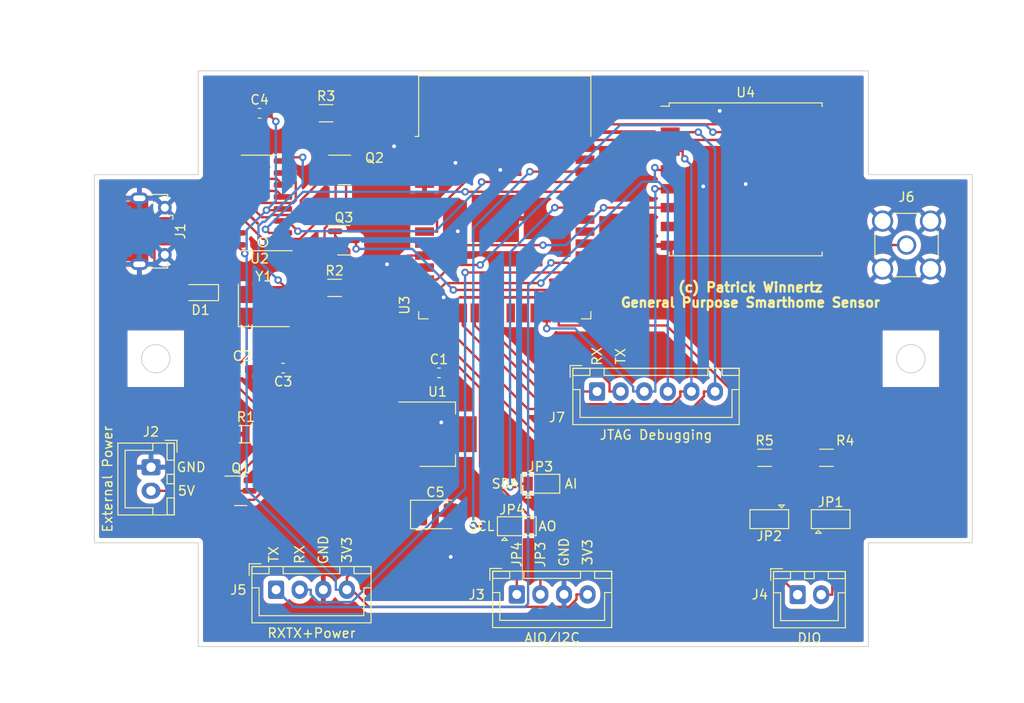
<source format=kicad_pcb>
(kicad_pcb (version 20211014) (generator pcbnew)
  (layers (0 "F.Cu" signal) (31 "B.Cu" signal) (34 "B.Paste" user) (35 "F.Paste" user) (36 "B.SilkS" user "B.Silkscreen") (37 "F.SilkS" user "F.Silkscreen") (38 "B.Mask" user) (39 "F.Mask" user) (44 "Edge.Cuts" user))
  (net 0 "")
  (net 1 "+5V")
  (net 2 "Earth")
  (net 3 "Net-(C2-Pad1)")
  (net 4 "Net-(C3-Pad1)")
  (net 5 "+3V3")
  (net 6 "Net-(D1-Pad2)")
  (net 7 "USB-D-")
  (net 8 "USB-D+")
  (net 10 "Net-(J2-Pad2)")
  (net 11 "ESP-AO")
  (net 12 "ESP-AI")
  (net 13 "Net-(J4-Pad1)")
  (net 14 "Net-(J4-Pad2)")
  (net 15 "ESP-TX")
  (net 16 "ESP-RX")
  (net 17 "Net-(J6-Pad1)")
  (net 18 "Net-(JP1-Pad1)")
  (net 19 "Net-(JP2-Pad3)")
  (net 20 "Net-(Q1-Pad1)")
  (net 21 "Net-(Q2-Pad1)")
  (net 22 "RTS")
  (net 23 "EN_ESP32")
  (net 24 "Net-(Q3-Pad1)")
  (net 25 "DTR")
  (net 26 "IO0_ESP32")
  (net 34 "ESP-DIO")
  (net 35 "UART-TX")
  (net 36 "UART-RX")
  (net 37 "Lora_DIO0")
  (net 38 "Lora_RST")
  (net 39 "Lora_DIO1")
  (net 40 "Net-(J3-Pad2)")
  (net 41 "JTAG_RX")
  (net 46 "Lora_SCK")
  (net 47 "JTAG_TX")
  (net 58 "Lora_MISO")
  (net 59 "Lora_MOSI")
  (net 60 "Lora_NSS")
  (net 61 "ESP-SDA")
  (net 62 "Net-(J3-Pad1)")
  (net 63 "ESP-SCL")
  (footprint "Capacitor_SMD:C_0603_1608Metric_Pad1.08x0.95mm_HandSolder" (layer "F.Cu") (at 150.5 58)
    (fp_text reference "C1")
    (fp_text value "10uF 10V X5R")
  )
  (footprint "RF_Module:ESP32-WROOM-32" (layer "F.Cu") (at 157.475 42.4)
    (fp_text reference "U3")
    (fp_text value "ESP32")
  )
  (footprint "Resistor_SMD:R_1206_3216Metric_Pad1.30x1.75mm_HandSolder" (layer "F.Cu") (at 130.05 64.5)
    (fp_text reference "R1")
    (fp_text value "100k")
  )
  (footprint "Connector_JST:JST_XH_B6B-XH-A_1x06_P2.50mm_Vertical" (layer "F.Cu") (at 167.25 59.975)
    (fp_text reference "J7")
    (fp_text value "JTAG Debugging")
  )
  (footprint "Jumper:SolderJumper-3_P1.3mm_Open_Pad1.0x1.5mm" (layer "F.Cu") (at 185.5 73.5 180)
    (fp_text reference "JP2")
    (fp_text value "Jumper")
  )
  (footprint "Capacitor_SMD:C_0603_1608Metric_Pad1.08x0.95mm_HandSolder" (layer "F.Cu") (at 129.625 57.65)
    (fp_text reference "C2")
    (fp_text value "22pF 50V C0G")
  )
  (footprint "Package_SO:SOIC-16_3.9x9.9mm_P1.27mm" (layer "F.Cu") (at 131.5 40 180)
    (fp_text reference "U2")
    (fp_text value "CH340G")
  )
  (footprint "Package_TO_SOT_SMD:SOT-223-3_TabPin2" (layer "F.Cu") (at 150.35 64.5)
    (fp_text reference "U1")
    (fp_text value "AP1117-33")
  )
  (footprint "Capacitor_SMD:C_0603_1608Metric_Pad1.08x0.95mm_HandSolder" (layer "F.Cu") (at 131.5 30.5)
    (fp_text reference "C4")
    (fp_text value "10uF 10V X5R")
  )
  (footprint "Diode_SMD:D_SOD-323_HandSoldering" (layer "F.Cu") (at 125.25 49.5 180)
    (fp_text reference "D1")
    (fp_text value "B5817WS-TP")
  )
  (footprint "Jumper:SolderJumper-3_P1.3mm_Open_Pad1.0x1.5mm" (layer "F.Cu") (at 158.75 74.25)
    (fp_text reference "JP4")
    (fp_text value "Jumper")
  )
  (footprint "Jumper:SolderJumper-3_P1.3mm_Open_Pad1.0x1.5mm" (layer "F.Cu") (at 161.25 69.75)
    (fp_text reference "JP3")
    (fp_text value "Jumper")
  )
  (footprint "Connector_JST:JST_XH_B4B-XH-A_1x04_P2.50mm_Vertical" (layer "F.Cu") (at 133.25 80.975)
    (fp_text reference "J5")
    (fp_text value "RXTX+Power")
  )
  (footprint "Resistor_SMD:R_1206_3216Metric_Pad1.30x1.75mm_HandSolder" (layer "F.Cu") (at 139.45 49)
    (fp_text reference "R2")
    (fp_text value "10k")
  )
  (footprint "Connector_JST:JST_XH_B4B-XH-A_1x04_P2.50mm_Vertical" (layer "F.Cu") (at 158.75 81.475)
    (fp_text reference "J3")
    (fp_text value "AIO/I2C")
  )
  (footprint "Connector_USB:USB_Micro-B_Molex-105017-0001" (layer "F.Cu") (at 120 43 -90)
    (fp_text reference "J1")
    (fp_text value "USB_B_Micro")
  )
  (footprint "Connector_Coaxial:SMA_Amphenol_901-144_Vertical" (layer "F.Cu") (at 200.04 44.46 -90)
    (fp_text reference "J6")
    (fp_text value "SMA")
  )
  (footprint "Resistor_SMD:R_1206_3216Metric_Pad1.30x1.75mm_HandSolder" (layer "F.Cu") (at 138.55 30.5)
    (fp_text reference "R3")
    (fp_text value "10k")
  )
  (footprint "Capacitor_SMD:C_0603_1608Metric_Pad1.08x0.95mm_HandSolder" (layer "F.Cu") (at 134 57.5 180)
    (fp_text reference "C3")
    (fp_text value "22pF 50V C0G")
  )
  (footprint "Resistor_SMD:R_1206_3216Metric_Pad1.30x1.75mm_HandSolder" (layer "F.Cu") (at 191.55 67)
    (fp_text reference "R4")
    (fp_text value "10k/0k")
  )
  (footprint "RF_Module:HOPERF_RFM9XW_SMD" (layer "F.Cu") (at 183 37.5)
    (fp_text reference "U4")
    (fp_text value "RFM95W-868S2")
  )
  (footprint "Jumper:SolderJumper-3_P1.3mm_Open_Pad1.0x1.5mm" (layer "F.Cu") (at 192 73.5)
    (fp_text reference "JP1")
    (fp_text value "Jumper")
  )
  (footprint "Connector_JST:JST_XH_B2B-XH-A_1x02_P2.50mm_Vertical" (layer "F.Cu") (at 120 68 -90)
    (fp_text reference "J2")
    (fp_text value "External Power")
  )
  (footprint "Package_TO_SOT_SMD:SOT-23" (layer "F.Cu") (at 140.5 36.5)
    (fp_text reference "Q2")
    (fp_text value "2N7002")
  )
  (footprint "Package_TO_SOT_SMD:SOT-23" (layer "F.Cu") (at 129.5 70.5)
    (fp_text reference "Q1")
    (fp_text value "IRLML5203")
  )
  (footprint "Connector_JST:JST_XH_B2B-XH-A_1x02_P2.50mm_Vertical" (layer "F.Cu") (at 188.5 81.5)
    (fp_text reference "J4")
    (fp_text value "DIO")
  )
  (footprint "Package_TO_SOT_SMD:SOT-23" (layer "F.Cu") (at 140.4375 43.95)
    (fp_text reference "Q3")
    (fp_text value "2N7002")
  )
  (footprint "Capacitor_Tantalum_SMD:CP_EIA-3528-15_AVX-H_Pad1.50x2.35mm_HandSolder" (layer "F.Cu") (at 150.125 73)
    (fp_text reference "C5")
    (fp_text value "10nF 6.3V Ta")
  )
  (footprint "Crystal:Crystal_SMD_3225-4Pin_3.2x2.5mm_HandSoldering" (layer "F.Cu") (at 131.95 50.85)
    (fp_text reference "Y1")
    (fp_text value "12MHz")
  )
  (footprint "Resistor_SMD:R_1206_3216Metric_Pad1.30x1.75mm_HandSolder" (layer "F.Cu") (at 185 67)
    (fp_text reference "R5")
    (fp_text value "1k")
  )
  (gr_arc (start 131.853553 43.646447) (mid 132.207106 43.792894) (end 132.353553 44.146447) (layer "F.SilkS") (width 0.15))
  (gr_arc (start 132.353553 44.146447) (mid 131.5 44.5) (end 131.853553 43.646447) (layer "F.SilkS") (width 0.15))
  (gr_poly (pts (xy 196 37) (xy 207 37) (xy 207 76) (xy 196 76) (xy 196 87) (xy 125 87) (xy 125 76) (xy 114 76) (xy 114 37) (xy 125 37) (xy 125 26) (xy 196 26)) (layer "Edge.Cuts") (width 0.1) (fill none))
  (gr_circle (center 200.5 56.5) (end 202 56.5) (layer "Edge.Cuts") (width 0.1) (fill none))
  (gr_circle (center 120.5 56.5) (end 122 56.5) (layer "Edge.Cuts") (width 0.1) (fill none))
  (gr_text "GND" (at 163.75 77 90) (layer "F.SilkS") (effects (font (size 1 1))))
  (gr_text "GND" (at 124.25 68) (layer "F.SilkS") (effects (font (size 1 1))))
  (gr_text "TX" (at 169.75 56.25 90) (layer "F.SilkS") (effects (font (size 1 1))))
  (gr_text "5V" (at 123.75 70.5) (layer "F.SilkS") (effects (font (size 1 1))))
  (gr_text "SCL" (at 155 74.25) (layer "F.SilkS") (effects (font (size 1 1))))
  (gr_text "GND" (at 138.25 76.75 90) (layer "F.SilkS") (effects (font (size 1 1))))
  (gr_text "3V3" (at 140.75 76.75 90) (layer "F.SilkS") (effects (font (size 1 1))))
  (gr_text "(c) Patrick Winnertz\nGeneral Purpose Smarthome Sensor" (at 183.5 49.75) (layer "F.SilkS") (effects (font (size 1 1) (thickness 0.25))))
  (gr_text "RX" (at 135.75 77.25 90) (layer "F.SilkS") (effects (font (size 1 1))))
  (gr_text "AI" (at 164.5 69.75) (layer "F.SilkS") (effects (font (size 1 1))))
  (gr_text "JP3" (at 161.25 77.25 90) (layer "F.SilkS") (effects (font (size 1 1))))
  (gr_text "JP4" (at 158.75 77.25 90) (layer "F.SilkS") (effects (font (size 1 1))))
  (gr_text "SDA" (at 157.5 69.75) (layer "F.SilkS") (effects (font (size 1 1))))
  (gr_text "3V3" (at 166.25 77 90) (layer "F.SilkS") (effects (font (size 1 1))))
  (gr_text "AO" (at 162 74.25) (layer "F.SilkS") (effects (font (size 1 1))))
  (gr_text "TX" (at 133 77.25 90) (layer "F.SilkS") (effects (font (size 1 1))))
  (gr_text "RX" (at 167.25 56.25 90) (layer "F.SilkS") (effects (font (size 1 1))))
  (segment (start 147.2 67.3376) (end 147.2 67.8753) (width 0.25) (layer "F.Cu") (net 1))
  (segment (start 133.9261 68.434) (end 130.9101 71.45) (width 0.25) (layer "F.Cu") (net 1))
  (segment (start 130.9101 71.45) (end 128.5625 71.45) (width 0.25) (layer "F.Cu") (net 1))
  (segment (start 145.8746 66.0122) (end 145.8746 63.6153) (width 0.25) (layer "F.Cu") (net 1))
  (segment (start 126.5 49.5) (end 126.5 56.7738) (width 0.25) (layer "F.Cu") (net 1))
  (segment (start 148.2379 63.4246) (end 149.6375 62.025) (width 0.25) (layer "F.Cu") (net 1))
  (segment (start 133.9261 64.1999) (end 133.9261 67.8753) (width 0.25) (layer "F.Cu") (net 1))
  (segment (start 147.2 67.3376) (end 145.8746 66.0122) (width 0.25) (layer "F.Cu") (net 1))
  (segment (start 145.8746 63.6153) (end 146.0653 63.4246) (width 0.25) (layer "F.Cu") (net 1))
  (segment (start 147.2 66.8) (end 147.2 67.3376) (width 0.25) (layer "F.Cu") (net 1))
  (segment (start 126.5 56.7738) (end 133.9261 64.1999) (width 0.25) (layer "F.Cu") (net 1))
  (segment (start 133.9261 67.8753) (end 147.2 67.8753) (width 0.25) (layer "F.Cu") (net 1))
  (segment (start 149.6375 62.025) (end 149.6375 58) (width 0.25) (layer "F.Cu") (net 1))
  (segment (start 133.9261 67.8753) (end 133.9261 68.434) (width 0.25) (layer "F.Cu") (net 1))
  (segment (start 146.0653 63.4246) (end 148.2379 63.4246) (width 0.25) (layer "F.Cu") (net 1))
  (segment (start 121.4625 44.3) (end 122.8 44.3) (width 0.25) (layer "F.Cu") (net 2))
  (segment (start 122.8 44.3) (end 123 44.5) (width 0.25) (layer "F.Cu") (net 2))
  (segment (start 123 44.5) (end 123.5 44.5) (width 0.25) (layer "F.Cu") (net 2))
  (segment (start 151.76 51.655) (end 151.76 50.76) (width 0.25) (layer "F.Cu") (net 2))
  (segment (start 151.76 50.76) (end 151 50) (width 0.25) (layer "F.Cu") (net 2))
  (via (at 152.25 35.75) (size 0.8) (drill 0.4) (layers "F.Cu" "B.Cu") (net 2))
  (via (at 151 50) (size 0.8) (drill 0.4) (layers "F.Cu" "B.Cu") (net 2))
  (via (at 183 38) (size 0.8) (drill 0.4) (layers "F.Cu" "B.Cu") (net 2))
  (via (at 145.75 34) (size 0.8) (drill 0.4) (layers "F.Cu" "B.Cu") (net 2))
  (via (at 152.5 43) (size 0.8) (drill 0.4) (layers "F.Cu" "B.Cu") (net 2))
  (via (at 178.5 38.25) (size 0.8) (drill 0.4) (layers "F.Cu" "B.Cu") (net 2))
  (via (at 145 46.5) (size 0.8) (drill 0.4) (layers "F.Cu" "B.Cu") (net 2))
  (via (at 150.75 63.25) (size 0.8) (drill 0.4) (layers "F.Cu" "B.Cu") (net 2))
  (via (at 180.25 30.25) (size 0.8) (drill 0.4) (layers "F.Cu" "B.Cu") (net 2))
  (via (at 151.75 77.5) (size 0.8) (drill 0.4) (layers "F.Cu" "B.Cu") (net 2))
  (via (at 157 36.5) (size 0.8) (drill 0.4) (layers "F.Cu" "B.Cu") (net 2))
  (segment (start 130.1251 53.242) (end 129.5865 52.7034) (width 0.25) (layer "F.Cu") (net 3))
  (segment (start 128.7625 57.65) (end 130.1251 56.2874) (width 0.25) (layer "F.Cu") (net 3))
  (segment (start 135.3283 39.7228) (end 135.3283 37.7916) (width 0.25) (layer "F.Cu") (net 3))
  (segment (start 134.3617 36.825) (end 133.975 36.825) (width 0.25) (layer "F.Cu") (net 3))
  (segment (start 129.5865 52.7034) (end 129.1977 52.7034) (width 0.25) (layer "F.Cu") (net 3))
  (segment (start 127.9581 40.0002) (end 135.0509 40.0002) (width 0.25) (layer "F.Cu") (net 3))
  (segment (start 135.3283 37.7916) (end 134.3617 36.825) (width 0.25) (layer "F.Cu") (net 3))
  (segment (start 127.7123 51.218) (end 127.7123 40.246) (width 0.25) (layer "F.Cu") (net 3))
  (segment (start 130.5 52) (end 130.5 53.2253) (width 0.25) (layer "F.Cu") (net 3))
  (segment (start 130.1418 53.2253) (end 130.1251 53.242) (width 0.25) (layer "F.Cu") (net 3))
  (segment (start 129.1977 52.7034) (end 127.7123 51.218) (width 0.25) (layer "F.Cu") (net 3))
  (segment (start 127.7123 40.246) (end 127.9581 40.0002) (width 0.25) (layer "F.Cu") (net 3))
  (segment (start 130.1251 56.2874) (end 130.1251 53.242) (width 0.25) (layer "F.Cu") (net 3))
  (segment (start 130.5 53.2253) (end 130.1418 53.2253) (width 0.25) (layer "F.Cu") (net 3))
  (segment (start 135.0509 40.0002) (end 135.3283 39.7228) (width 0.25) (layer "F.Cu") (net 3))
  (segment (start 134.3684 35.1616) (end 133.975 35.555) (width 0.25) (layer "F.Cu") (net 4))
  (segment (start 134.7753 57.4128) (end 134.8625 57.5) (width 0.25) (layer "F.Cu") (net 4))
  (segment (start 134.0877 48.7933) (end 133.4674 48.173) (width 0.25) (layer "F.Cu") (net 4))
  (segment (start 133.4 49.7) (end 134.0877 49.7) (width 0.25) (layer "F.Cu") (net 4))
  (segment (start 134.0877 49.7) (end 134.7753 49.7) (width 0.25) (layer "F.Cu") (net 4))
  (segment (start 134.0877 49.7) (end 134.0877 48.7933) (width 0.25) (layer "F.Cu") (net 4))
  (segment (start 134.7753 49.7) (end 134.7753 57.4128) (width 0.25) (layer "F.Cu") (net 4))
  (segment (start 136.0755 35.1616) (end 134.3684 35.1616) (width 0.25) (layer "F.Cu") (net 4))
  (via (at 133.4674 48.173) (size 0.8) (drill 0.4) (layers "F.Cu" "B.Cu") (net 4))
  (via (at 136.0755 35.1616) (size 0.8) (drill 0.4) (layers "F.Cu" "B.Cu") (net 4))
  (segment (start 131.8429 41.9971) (end 131.3808 42.4592) (width 0.25) (layer "B.Cu") (net 4))
  (segment (start 136.0755 35.1616) (end 136.0755 37.9779) (width 0.25) (layer "B.Cu") (net 4))
  (segment (start 132.0563 41.9971) (end 131.8429 41.9971) (width 0.25) (layer "B.Cu") (net 4))
  (segment (start 131.3808 42.4592) (end 131.3808 46.0864) (width 0.25) (layer "B.Cu") (net 4))
  (segment (start 131.3808 46.0864) (end 133.4674 48.173) (width 0.25) (layer "B.Cu") (net 4))
  (segment (start 136.0755 37.9779) (end 132.0563 41.9971) (width 0.25) (layer "B.Cu") (net 4))
  (segment (start 148.975 35.415) (end 150.3003 35.415) (width 0.25) (layer "F.Cu") (net 5))
  (segment (start 132.3625 30.5) (end 133.2248 31.3623) (width 0.25) (layer "F.Cu") (net 5))
  (segment (start 153.5 64.5) (end 149.8508 64.5) (width 0.25) (layer "F.Cu") (net 5))
  (segment (start 147.2 64.5) (end 147.2 65.5753) (width 0.25) (layer "F.Cu") (net 5))
  (segment (start 132.3625 30.5) (end 133.5984 29.2641) (width 0.25) (layer "F.Cu") (net 5))
  (segment (start 149.8508 64.5) (end 148.5254 65.8254) (width 0.25) (layer "F.Cu") (net 5))
  (segment (start 148.5254 72.9746) (end 148.5254 65.8254) (width 0.25) (layer "F.Cu") (net 5))
  (segment (start 150.3003 35.0829) (end 150.3003 35.415) (width 0.25) (layer "F.Cu") (net 5))
  (segment (start 148.2753 65.5753) (end 147.2 65.5753) (width 0.25) (layer "F.Cu") (net 5))
  (segment (start 140.75 80.975) (end 140.75 80.4593) (width 0.25) (layer "F.Cu") (net 5))
  (segment (start 192.1566 31.6687) (end 153.7145 31.6687) (width 0.25) (layer "F.Cu") (net 5))
  (segment (start 147.4247 73) (end 148.5 73) (width 0.25) (layer "F.Cu") (net 5))
  (segment (start 133.8418 40.7682) (end 133.975 40.635) (width 0.25) (layer "F.Cu") (net 5))
  (segment (start 140.75 79.6747) (end 147.4247 73) (width 0.25) (layer "F.Cu") (net 5))
  (segment (start 164.2738 82.7901) (end 165.0747 81.9892) (width 0.25) (layer "F.Cu") (net 5))
  (segment (start 191 36.5) (end 192.3253 36.5) (width 0.25) (layer "F.Cu") (net 5))
  (segment (start 132.2321 40.7682) (end 133.8418 40.7682) (width 0.25) (layer "F.Cu") (net 5))
  (segment (start 166.25 81.475) (end 165.0747 81.475) (width 0.25) (layer "F.Cu") (net 5))
  (segment (start 189.6747 63.5747) (end 193.1 67) (width 0.25) (layer "F.Cu") (net 5))
  (segment (start 153.7145 31.6687) (end 151.0841 34.2991) (width 0.25) (layer "F.Cu") (net 5))
  (segment (start 191 36.5) (end 189.6747 36.5) (width 0.25) (layer "F.Cu") (net 5))
  (segment (start 189.6747 36.5) (end 189.6747 63.5747) (width 0.25) (layer "F.Cu") (net 5))
  (segment (start 133.5984 29.2641) (end 146.049 29.2641) (width 0.25) (layer "F.Cu") (net 5))
  (segment (start 151.0841 34.2991) (end 150.3003 35.0829) (width 0.25) (layer "F.Cu") (net 5))
  (segment (start 148.5 73) (end 148.5254 72.9746) (width 0.25) (layer "F.Cu") (net 5))
  (segment (start 140.75 80.4593) (end 140.75 79.6747) (width 0.25) (layer "F.Cu") (net 5))
  (segment (start 165.0747 81.9892) (end 165.0747 81.475) (width 0.25) (layer "F.Cu") (net 5))
  (segment (start 192.3253 31.8374) (end 192.1566 31.6687) (width 0.25) (layer "F.Cu") (net 5))
  (segment (start 143.0808 82.7901) (end 164.2738 82.7901) (width 0.25) (layer "F.Cu") (net 5))
  (segment (start 192.3253 36.5) (end 192.3253 31.8374) (width 0.25) (layer "F.Cu") (net 5))
  (segment (start 146.049 29.2641) (end 151.0841 34.2991) (width 0.25) (layer "F.Cu") (net 5))
  (segment (start 140.75 80.4593) (end 143.0808 82.7901) (width 0.25) (layer "F.Cu") (net 5))
  (segment (start 148.5254 65.8254) (end 148.2753 65.5753) (width 0.25) (layer "F.Cu") (net 5))
  (segment (start 129.025 44.445) (end 129.9333 45.3533) (width 0.25) (layer "F.Cu") (net 5))
  (via (at 132.2321 40.7682) (size 0.8) (drill 0.4) (layers "F.Cu" "B.Cu") (net 5))
  (via (at 133.2248 31.3623) (size 0.8) (drill 0.4) (layers "F.Cu" "B.Cu") (net 5))
  (via (at 129.9333 45.3533) (size 0.8) (drill 0.4) (layers "F.Cu" "B.Cu") (net 5))
  (segment (start 133.2248 39.7755) (end 132.2321 40.7682) (width 0.25) (layer "B.Cu") (net 5))
  (segment (start 132.2321 40.7682) (end 130.1314 42.8689) (width 0.25) (layer "B.Cu") (net 5))
  (segment (start 130.1314 45.3533) (end 129.9333 45.3533) (width 0.25) (layer "B.Cu") (net 5))
  (segment (start 133.2248 31.3623) (end 133.2248 39.7755) (width 0.25) (layer "B.Cu") (net 5))
  (segment (start 130.1314 42.8689) (end 130.1314 45.3533) (width 0.25) (layer "B.Cu") (net 5))
  (segment (start 140.75 80.975) (end 139.5747 80.975) (width 0.25) (layer "B.Cu") (net 5))
  (segment (start 139.5747 79.7997) (end 139.5747 80.975) (width 0.25) (layer "B.Cu") (net 5))
  (segment (start 130.1314 70.3564) (end 139.5747 79.7997) (width 0.25) (layer "B.Cu") (net 5))
  (segment (start 130.1314 45.3533) (end 130.1314 70.3564) (width 0.25) (layer "B.Cu") (net 5))
  (segment (start 120.367 41.7952) (end 120.367 46.6923) (width 0.25) (layer "F.Cu") (net 6))
  (segment (start 120.367 46.6923) (end 123.1747 49.5) (width 0.25) (layer "F.Cu") (net 6))
  (segment (start 121.4625 41.7) (end 120.4622 41.7) (width 0.25) (layer "F.Cu") (net 6))
  (segment (start 124 49.5) (end 123.1747 49.5) (width 0.25) (layer "F.Cu") (net 6))
  (segment (start 120.4622 41.7) (end 120.367 41.7952) (width 0.25) (layer "F.Cu") (net 6))
  (segment (start 121.4625 42.35) (end 122.639 42.35) (width 0.25) (layer "F.Cu") (net 7))
  (segment (start 133.331 37.451) (end 133.975 38.095) (width 0.25) (layer "F.Cu") (net 7))
  (segment (start 122.639 42.35) (end 127.538 37.451) (width 0.25) (layer "F.Cu") (net 7))
  (segment (start 127.538 37.451) (end 133.331 37.451) (width 0.25) (layer "F.Cu") (net 7))
  (segment (start 133.975 39.365) (end 133.34 38.73) (width 0.25) (layer "F.Cu") (net 8))
  (segment (start 133.34 38.73) (end 127.9332 38.73) (width 0.25) (layer "F.Cu") (net 8))
  (segment (start 123.6632 43) (end 121.4625 43) (width 0.25) (layer "F.Cu") (net 8))
  (segment (start 127.9332 38.73) (end 123.6632 43) (width 0.25) (layer "F.Cu") (net 8))
  (segment (start 130.4375 70.5) (end 120 70.5) (width 0.25) (layer "F.Cu") (net 10))
  (segment (start 154.850191 67.929505) (end 154.850191 59.600191) (width 0.25) (layer "F.Cu") (net 11))
  (segment (start 146.75 51.5) (end 146.75 46) (width 0.25) (layer "F.Cu") (net 11))
  (segment (start 160.05 73.129314) (end 154.850191 67.929505) (width 0.25) (layer "F.Cu") (net 11))
  (segment (start 147.175 45.575) (end 148.975 45.575) (width 0.25) (layer "F.Cu") (net 11))
  (segment (start 160.05 74.25) (end 160.05 73.129314) (width 0.25) (layer "F.Cu") (net 11))
  (segment (start 146.75 46) (end 147.175 45.575) (width 0.25) (layer "F.Cu") (net 11))
  (segment (start 154.850191 59.600191) (end 146.75 51.5) (width 0.25) (layer "F.Cu") (net 11))
  (segment (start 182.5891 69.75) (end 162.55 69.75) (width 0.25) (layer "F.Cu") (net 12))
  (segment (start 184.4426 67.8965) (end 182.5891 69.75) (width 0.25) (layer "F.Cu") (net 12))
  (segment (start 184.4426 62.8221) (end 184.4426 67.8965) (width 0.25) (layer "F.Cu") (net 12))
  (segment (start 163.19 52.9803) (end 174.6008 52.9803) (width 0.25) (layer "F.Cu") (net 12))
  (segment (start 174.6008 52.9803) (end 184.4426 62.8221) (width 0.25) (layer "F.Cu") (net 12))
  (segment (start 163.19 51.655) (end 163.19 52.9803) (width 0.25) (layer "F.Cu") (net 12))
  (segment (start 188.5 81.5) (end 185.5 78.5) (width 0.25) (layer "F.Cu") (net 13))
  (segment (start 185.5 78.5) (end 185.5 73.5) (width 0.25) (layer "F.Cu") (net 13))
  (segment (start 192.1753 81.5) (end 192.1753 74.7506) (width 0.25) (layer "F.Cu") (net 14))
  (segment (start 192.1753 74.7506) (end 192 74.5753) (width 0.25) (layer "F.Cu") (net 14))
  (segment (start 192 73.5) (end 192 74.5753) (width 0.25) (layer "F.Cu") (net 14))
  (segment (start 191 81.5) (end 192.1753 81.5) (width 0.25) (layer "F.Cu") (net 14))
  (segment (start 164.1494 46.3447) (end 162.3728 46.3447) (width 0.25) (layer "F.Cu") (net 15))
  (segment (start 164.6497 46.845) (end 164.1494 46.3447) (width 0.25) (layer "F.Cu") (net 15))
  (segment (start 165.975 46.845) (end 164.6497 46.845) (width 0.25) (layer "F.Cu") (net 15))
  (via (at 162.3728 46.3447) (size 0.8) (drill 0.4) (layers "F.Cu" "B.Cu") (net 15))
  (segment (start 159.5903 82.8089) (end 159.948 82.4512) (width 0.25) (layer "B.Cu") (net 15))
  (segment (start 133.25 80.975) (end 135.0839 82.8089) (width 0.25) (layer "B.Cu") (net 15))
  (segment (start 135.0839 82.8089) (end 159.5903 82.8089) (width 0.25) (layer "B.Cu") (net 15))
  (segment (start 159.948 82.4512) (end 159.948 48.7695) (width 0.25) (layer "B.Cu") (net 15))
  (segment (start 159.948 48.7695) (end 162.3728 46.3447) (width 0.25) (layer "B.Cu") (net 15))
  (segment (start 163.9014 47.3667) (end 164.6497 48.115) (width 0.25) (layer "F.Cu") (net 16))
  (segment (start 165.975 48.115) (end 164.6497 48.115) (width 0.25) (layer "F.Cu") (net 16))
  (segment (start 153.2704 47.3667) (end 163.9014 47.3667) (width 0.25) (layer "F.Cu") (net 16))
  (via (at 153.2704 47.3667) (size 0.8) (drill 0.4) (layers "F.Cu" "B.Cu") (net 16))
  (segment (start 153.2704 70.276) (end 153.2704 47.3667) (width 0.25) (layer "B.Cu") (net 16))
  (segment (start 135.75 80.975) (end 136.9253 80.975) (width 0.25) (layer "B.Cu") (net 16))
  (segment (start 136.9253 81.4892) (end 137.7172 82.2811) (width 0.25) (layer "B.Cu") (net 16))
  (segment (start 136.9253 80.975) (end 136.9253 81.4892) (width 0.25) (layer "B.Cu") (net 16))
  (segment (start 137.7172 82.2811) (end 141.2653 82.2811) (width 0.25) (layer "B.Cu") (net 16))
  (segment (start 141.2653 82.2811) (end 153.2704 70.276) (width 0.25) (layer "B.Cu") (net 16))
  (segment (start 192.365 44.46) (end 200.04 44.46) (width 0.25) (layer "F.Cu") (net 17))
  (segment (start 192.325 44.5) (end 192.365 44.46) (width 0.25) (layer "F.Cu") (net 17))
  (segment (start 191 44.5) (end 192.325 44.5) (width 0.25) (layer "F.Cu") (net 17))
  (segment (start 190.7 67.7) (end 190 67) (width 0.25) (layer "F.Cu") (net 18))
  (segment (start 190.7 73.5) (end 190.7 67.7) (width 0.25) (layer "F.Cu") (net 18))
  (segment (start 184.2 69.35) (end 184.2 73.5) (width 0.25) (layer "F.Cu") (net 19))
  (segment (start 186.55 67) (end 184.2 69.35) (width 0.25) (layer "F.Cu") (net 19))
  (segment (start 131.6 66.5125) (end 131.6 64.5) (width 0.25) (layer "F.Cu") (net 20))
  (segment (start 128.5625 69.55) (end 131.6 66.5125) (width 0.25) (layer "F.Cu") (net 20))
  (segment (start 137 32.9875) (end 137 30.5) (width 0.25) (layer "F.Cu") (net 21))
  (segment (start 139.5625 35.55) (end 137 32.9875) (width 0.25) (layer "F.Cu") (net 21))
  (segment (start 137.9 49) (end 137.9 45.9383) (width 0.25) (layer "F.Cu") (net 22))
  (segment (start 139.5625 40.0192) (end 135.7717 43.81) (width 0.25) (layer "F.Cu") (net 22))
  (segment (start 137.9 45.9383) (end 135.7717 43.81) (width 0.25) (layer "F.Cu") (net 22))
  (segment (start 131.8277 43.81) (end 129.9227 41.905) (width 0.25) (layer "F.Cu") (net 22))
  (segment (start 135.7717 43.81) (end 131.8277 43.81) (width 0.25) (layer "F.Cu") (net 22))
  (segment (start 129.9227 41.905) (end 129.025 41.905) (width 0.25) (layer "F.Cu") (net 22))
  (segment (start 139.5625 37.45) (end 139.5625 40.0192) (width 0.25) (layer "F.Cu") (net 22))
  (segment (start 148.975 36.685) (end 147.6497 36.685) (width 0.25) (layer "F.Cu") (net 23))
  (segment (start 147.4647 36.5) (end 147.6497 36.685) (width 0.25) (layer "F.Cu") (net 23))
  (segment (start 141.4375 36.5) (end 147.4647 36.5) (width 0.25) (layer "F.Cu") (net 23))
  (segment (start 139.5 43) (end 139.5 43.4875) (width 0.25) (layer "F.Cu") (net 24))
  (segment (start 141 44.9875) (end 141 49) (width 0.25) (layer "F.Cu") (net 24))
  (segment (start 139.5 43.4875) (end 141 44.9875) (width 0.25) (layer "F.Cu") (net 24))
  (segment (start 130.8627 40.635) (end 129.025 40.635) (width 0.25) (layer "F.Cu") (net 25))
  (segment (start 140.6647 40.4246) (end 140.6647 37.1397) (width 0.25) (layer "F.Cu") (net 25))
  (segment (start 132.5258 41.5143) (end 131.742 41.5143) (width 0.25) (layer "F.Cu") (net 25))
  (segment (start 132.7611 41.279) (end 132.5258 41.5143) (width 0.25) (layer "F.Cu") (net 25))
  (segment (start 139.5 44.9) (end 138.3835 43.7835) (width 0.25) (layer "F.Cu") (net 25))
  (segment (start 131.742 41.5143) (end 130.8627 40.635) (width 0.25) (layer "F.Cu") (net 25))
  (segment (start 140.6648 31.0648) (end 140.6648 35.8602) (width 0.25) (layer "F.Cu") (net 25))
  (segment (start 140.6648 35.8602) (end 140.025 36.5) (width 0.25) (layer "F.Cu") (net 25))
  (segment (start 135.8719 39.7299) (end 135.8719 40.4077) (width 0.25) (layer "F.Cu") (net 25))
  (segment (start 138.3835 43.7835) (end 138.3835 42.7058) (width 0.25) (layer "F.Cu") (net 25))
  (segment (start 135.8719 40.4077) (end 135.0006 41.279) (width 0.25) (layer "F.Cu") (net 25))
  (segment (start 140.1 30.5) (end 140.6648 31.0648) (width 0.25) (layer "F.Cu") (net 25))
  (segment (start 140.6647 37.1397) (end 140.025 36.5) (width 0.25) (layer "F.Cu") (net 25))
  (segment (start 140.025 36.5) (end 139.1018 36.5) (width 0.25) (layer "F.Cu") (net 25))
  (segment (start 139.1018 36.5) (end 135.8719 39.7299) (width 0.25) (layer "F.Cu") (net 25))
  (segment (start 135.0006 41.279) (end 132.7611 41.279) (width 0.25) (layer "F.Cu") (net 25))
  (segment (start 138.3835 42.7058) (end 140.6647 40.4246) (width 0.25) (layer "F.Cu") (net 25))
  (segment (start 164.46 50.655) (end 165.975 50.655) (width 0.25) (layer "F.Cu") (net 26))
  (segment (start 141.7266 44.3016) (end 141.7266 44.8693) (width 0.25) (layer "F.Cu") (net 26))
  (segment (start 163.0215 49.2165) (end 164.46 50.655) (width 0.25) (layer "F.Cu") (net 26))
  (segment (start 141.375 43.95) (end 141.7266 44.3016) (width 0.25) (layer "F.Cu") (net 26))
  (segment (start 152.0249 49.2165) (end 163.0215 49.2165) (width 0.25) (layer "F.Cu") (net 26))
  (via (at 141.7266 44.8693) (size 0.8) (drill 0.4) (layers "F.Cu" "B.Cu") (net 26))
  (via (at 152.0249 49.2165) (size 0.8) (drill 0.4) (layers "F.Cu" "B.Cu") (net 26))
  (segment (start 141.7266 44.8693) (end 147.6777 44.8693) (width 0.25) (layer "B.Cu") (net 26))
  (segment (start 147.6777 44.8693) (end 152.0249 49.2165) (width 0.25) (layer "B.Cu") (net 26))
  (segment (start 147.6497 51.3136) (end 147.6497 46.845) (width 0.25) (layer "F.Cu") (net 34))
  (segment (start 163.3361 67) (end 147.6497 51.3136) (width 0.25) (layer "F.Cu") (net 34))
  (segment (start 148.975 46.845) (end 147.6497 46.845) (width 0.25) (layer "F.Cu") (net 34))
  (segment (start 183.45 67) (end 163.3361 67) (width 0.25) (layer "F.Cu") (net 34))
  (segment (start 164.2443 38.8196) (end 164.6497 39.225) (width 0.25) (layer "F.Cu") (net 35))
  (segment (start 133.975 43.175) (end 132.5019 43.175) (width 0.25) (layer "F.Cu") (net 35))
  (segment (start 132.5019 43.175) (end 132.126 42.7991) (width 0.25) (layer "F.Cu") (net 35))
  (segment (start 153.277 38.8196) (end 164.2443 38.8196) (width 0.25) (layer "F.Cu") (net 35))
  (segment (start 165.975 39.225) (end 164.6497 39.225) (width 0.25) (layer "F.Cu") (net 35))
  (via (at 153.277 38.8196) (size 0.8) (drill 0.4) (layers "F.Cu" "B.Cu") (net 35))
  (via (at 132.126 42.7991) (size 0.8) (drill 0.4) (layers "F.Cu" "B.Cu") (net 35))
  (segment (start 132.126 42.7991) (end 136.1055 38.8196) (width 0.25) (layer "B.Cu") (net 35))
  (segment (start 136.1055 38.8196) (end 153.277 38.8196) (width 0.25) (layer "B.Cu") (net 35))
  (segment (start 133.975 41.905) (end 134.4652 41.905) (width 0.25) (layer "F.Cu") (net 36))
  (segment (start 164.6497 37.955) (end 164.4719 37.7772) (width 0.25) (layer "F.Cu") (net 36))
  (segment (start 165.975 37.955) (end 164.6497 37.955) (width 0.25) (layer "F.Cu") (net 36))
  (segment (start 164.4719 37.7772) (end 155.0193 37.7772) (width 0.25) (layer "F.Cu") (net 36))
  (segment (start 134.4652 41.905) (end 135.5509 42.9907) (width 0.25) (layer "F.Cu") (net 36))
  (via (at 155.0193 37.7772) (size 0.8) (drill 0.4) (layers "F.Cu" "B.Cu") (net 36))
  (via (at 135.5509 42.9907) (size 0.8) (drill 0.4) (layers "F.Cu" "B.Cu") (net 36))
  (segment (start 135.5509 42.9907) (end 150.1317 42.9907) (width 0.25) (layer "B.Cu") (net 36))
  (segment (start 155.0193 38.1031) (end 155.0193 37.7772) (width 0.25) (layer "B.Cu") (net 36))
  (segment (start 150.1317 42.9907) (end 155.0193 38.1031) (width 0.25) (layer "B.Cu") (net 36))
  (segment (start 150.3003 40.7367) (end 150.3003 43.035) (width 0.25) (layer "F.Cu") (net 37))
  (segment (start 188.5 33.3253) (end 157.7117 33.3253) (width 0.25) (layer "F.Cu") (net 37))
  (segment (start 191 34.5) (end 189.6747 34.5) (width 0.25) (layer "F.Cu") (net 37))
  (segment (start 148.975 43.035) (end 150.3003 43.035) (width 0.25) (layer "F.Cu") (net 37))
  (segment (start 189.6747 34.5) (end 188.5 33.3253) (width 0.25) (layer "F.Cu") (net 37))
  (segment (start 157.7117 33.3253) (end 150.3003 40.7367) (width 0.25) (layer "F.Cu") (net 37))
  (segment (start 148.975 44.305) (end 150.3003 44.305) (width 0.25) (layer "F.Cu") (net 38))
  (segment (start 161.5214 44.4704) (end 150.4657 44.4704) (width 0.25) (layer "F.Cu") (net 38))
  (segment (start 150.4657 44.4704) (end 150.3003 44.305) (width 0.25) (layer "F.Cu") (net 38))
  (segment (start 175 40.5) (end 167.9429 40.5) (width 0.25) (layer "F.Cu") (net 38))
  (via (at 167.9429 40.5) (size 0.8) (drill 0.4) (layers "F.Cu" "B.Cu") (net 38))
  (via (at 161.5214 44.4704) (size 0.8) (drill 0.4) (layers "F.Cu" "B.Cu") (net 38))
  (segment (start 163.9725 44.4704) (end 167.9429 40.5) (width 0.25) (layer "B.Cu") (net 38))
  (segment (start 161.5214 44.4704) (end 163.9725 44.4704) (width 0.25) (layer "B.Cu") (net 38))
  (segment (start 151.851 46.5643) (end 150.3003 48.115) (width 0.25) (layer "F.Cu") (net 39))
  (segment (start 191 32.5) (end 179.523 32.5) (width 0.25) (layer "F.Cu") (net 39))
  (segment (start 148.975 48.115) (end 150.3003 48.115) (width 0.25) (layer "F.Cu") (net 39))
  (segment (start 154.875 46.5643) (end 151.851 46.5643) (width 0.25) (layer "F.Cu") (net 39))
  (via (at 154.875 46.5643) (size 0.8) (drill 0.4) (layers "F.Cu" "B.Cu") (net 39))
  (via (at 179.523 32.5) (size 0.8) (drill 0.4) (layers "F.Cu" "B.Cu") (net 39))
  (segment (start 154.875 46.5643) (end 169.6725 31.7668) (width 0.25) (layer "B.Cu") (net 39))
  (segment (start 169.6725 31.7668) (end 178.7898 31.7668) (width 0.25) (layer "B.Cu") (net 39))
  (segment (start 178.7898 31.7668) (end 179.523 32.5) (width 0.25) (layer "B.Cu") (net 39))
  (segment (start 161.25 81.475) (end 161.25 69.75) (width 0.25) (layer "F.Cu") (net 40))
  (segment (start 154.3 52.9803) (end 161.2947 59.975) (width 0.25) (layer "F.Cu") (net 41))
  (segment (start 161.2947 59.975) (end 167.25 59.975) (width 0.25) (layer "F.Cu") (net 41))
  (segment (start 154.3 51.655) (end 154.3 52.9803) (width 0.25) (layer "F.Cu") (net 41))
  (segment (start 151.1942 48.4911) (end 150.3003 49.385) (width 0.25) (layer "F.Cu") (net 46))
  (segment (start 161.2996 48.4911) (end 151.1942 48.4911) (width 0.25) (layer "F.Cu") (net 46))
  (segment (start 148.975 49.385) (end 150.3003 49.385) (width 0.25) (layer "F.Cu") (net 46))
  (segment (start 175 36.5) (end 173.6121 36.5) (width 0.25) (layer "F.Cu") (net 46))
  (segment (start 173.6121 36.5) (end 173.3773 36.2652) (width 0.25) (layer "F.Cu") (net 46))
  (via (at 173.3773 36.2652) (size 0.8) (drill 0.4) (layers "F.Cu" "B.Cu") (net 46))
  (via (at 161.2996 48.4911) (size 0.8) (drill 0.4) (layers "F.Cu" "B.Cu") (net 46))
  (segment (start 174.75 59.975) (end 174.75 38.7527) (width 0.25) (layer "B.Cu") (net 46))
  (segment (start 173.3773 37.7577) (end 172.033 37.7577) (width 0.25) (layer "B.Cu") (net 46))
  (segment (start 173.755 37.7577) (end 173.3773 37.7577) (width 0.25) (layer "B.Cu") (net 46))
  (segment (start 174.75 38.7527) (end 173.755 37.7577) (width 0.25) (layer "B.Cu") (net 46))
  (segment (start 172.033 37.7577) (end 161.2996 48.4911) (width 0.25) (layer "B.Cu") (net 46))
  (segment (start 173.3773 36.2652) (end 173.3773 37.7577) (width 0.25) (layer "B.Cu") (net 46))
  (segment (start 160.9765 58.3868) (end 167.868 58.3868) (width 0.25) (layer "F.Cu") (net 47))
  (segment (start 168.5747 59.0935) (end 168.5747 59.975) (width 0.25) (layer "F.Cu") (net 47))
  (segment (start 167.868 58.3868) (end 168.5747 59.0935) (width 0.25) (layer "F.Cu") (net 47))
  (segment (start 155.57 52.9803) (end 160.9765 58.3868) (width 0.25) (layer "F.Cu") (net 47))
  (segment (start 155.57 51.655) (end 155.57 52.9803) (width 0.25) (layer "F.Cu") (net 47))
  (segment (start 169.75 59.975) (end 168.5747 59.975) (width 0.25) (layer "F.Cu") (net 47))
  (segment (start 179.75 59.975) (end 178.5747 59.975) (width 0.25) (layer "F.Cu") (net 58))
  (segment (start 148.975 50.655) (end 150.3003 50.655) (width 0.25) (layer "F.Cu") (net 58))
  (segment (start 178.5747 60.4892) (end 177.2379 61.826) (width 0.25) (layer "F.Cu") (net 58))
  (segment (start 175 32.5) (end 177.976 32.5) (width 0.25) (layer "F.Cu") (net 58))
  (segment (start 178.5747 59.975) (end 178.5747 60.4892) (width 0.25) (layer "F.Cu") (net 58))
  (segment (start 159.9289 61.826) (end 150.3003 52.1974) (width 0.25) (layer "F.Cu") (net 58))
  (segment (start 150.3003 52.1974) (end 150.3003 50.655) (width 0.25) (layer "F.Cu") (net 58))
  (segment (start 177.2379 61.826) (end 159.9289 61.826) (width 0.25) (layer "F.Cu") (net 58))
  (via (at 177.976 32.5) (size 0.8) (drill 0.4) (layers "F.Cu" "B.Cu") (net 58))
  (segment (start 179.75 59.975) (end 179.75 34.274) (width 0.25) (layer "B.Cu") (net 58))
  (segment (start 179.75 34.274) (end 177.976 32.5) (width 0.25) (layer "B.Cu") (net 58))
  (segment (start 176.3253 34.5) (end 176.3253 35.1019) (width 0.25) (layer "F.Cu") (net 59))
  (segment (start 177.25 59.975) (end 176.0747 59.975) (width 0.25) (layer "F.Cu") (net 59))
  (segment (start 175.2427 61.3212) (end 161.3709 61.3212) (width 0.25) (layer "F.Cu") (net 59))
  (segment (start 176.0747 60.4892) (end 175.2427 61.3212) (width 0.25) (layer "F.Cu") (net 59))
  (segment (start 153.03 51.655) (end 153.03 52.9803) (width 0.25) (layer "F.Cu") (net 59))
  (segment (start 176.3253 35.1019) (end 176.5413 35.3179) (width 0.25) (layer "F.Cu") (net 59))
  (segment (start 176.0747 59.975) (end 176.0747 60.4892) (width 0.25) (layer "F.Cu") (net 59))
  (segment (start 161.3709 61.3212) (end 153.03 52.9803) (width 0.25) (layer "F.Cu") (net 59))
  (segment (start 175 34.5) (end 176.3253 34.5) (width 0.25) (layer "F.Cu") (net 59))
  (via (at 176.5413 35.3179) (size 0.8) (drill 0.4) (layers "F.Cu" "B.Cu") (net 59))
  (segment (start 177.25 58.6747) (end 177.25 36.0266) (width 0.25) (layer "B.Cu") (net 59))
  (segment (start 177.25 59.975) (end 177.25 58.6747) (width 0.25) (layer "B.Cu") (net 59))
  (segment (start 177.25 36.0266) (end 176.5413 35.3179) (width 0.25) (layer "B.Cu") (net 59))
  (segment (start 161.92 51.655) (end 161.92 53.301) (width 0.25) (layer "F.Cu") (net 60))
  (segment (start 175 38.5) (end 173.3778 38.5) (width 0.25) (layer "F.Cu") (net 60))
  (via (at 161.92 53.301) (size 0.8) (drill 0.4) (layers "F.Cu" "B.Cu") (net 60))
  (via (at 173.3778 38.5) (size 0.8) (drill 0.4) (layers "F.Cu" "B.Cu") (net 60))
  (segment (start 172.25 59.975) (end 171.0747 59.975) (width 0.25) (layer "B.Cu") (net 60))
  (segment (start 171.0747 59.4608) (end 164.9149 53.301) (width 0.25) (layer "B.Cu") (net 60))
  (segment (start 173.4253 38.5475) (end 173.3778 38.5) (width 0.25) (layer "B.Cu") (net 60))
  (segment (start 173.4253 59.975) (end 173.4253 38.5475) (width 0.25) (layer "B.Cu") (net 60))
  (segment (start 171.0747 59.975) (end 171.0747 59.4608) (width 0.25) (layer "B.Cu") (net 60))
  (segment (start 164.9149 53.301) (end 161.92 53.301) (width 0.25) (layer "B.Cu") (net 60))
  (segment (start 172.25 59.975) (end 173.4253 59.975) (width 0.25) (layer "B.Cu") (net 60))
  (segment (start 159.95 69.75) (end 159.1247 69.75) (width 0.25) (layer "F.Cu") (net 61))
  (segment (start 165.975 40.495) (end 162.7761 40.495) (width 0.25) (layer "F.Cu") (net 61))
  (segment (start 158.7863 70.0884) (end 159.1247 69.75) (width 0.25) (layer "F.Cu") (net 61))
  (segment (start 158.0337 70.0884) (end 158.7863 70.0884) (width 0.25) (layer "F.Cu") (net 61))
  (via (at 162.7761 40.495) (size 0.8) (drill 0.4) (layers "F.Cu" "B.Cu") (net 61))
  (via (at 158.0337 70.0884) (size 0.8) (drill 0.4) (layers "F.Cu" "B.Cu") (net 61))
  (segment (start 158.0337 45.2374) (end 162.7761 40.495) (width 0.25) (layer "B.Cu") (net 61))
  (segment (start 158.0337 70.0884) (end 158.0337 45.2374) (width 0.25) (layer "B.Cu") (net 61))
  (segment (start 158.75 81.475) (end 158.75 74.25) (width 0.25) (layer "F.Cu") (net 62))
  (segment (start 157.45 74.25) (end 154.25 74.25) (width 0.25) (layer "F.Cu") (net 63))
  (segment (start 160.1341 36.685) (end 165.975 36.685) (width 0.25) (layer "F.Cu") (net 63))
  (segment (start 154.25 74.25) (end 154.1443 74.1443) (width 0.25) (layer "F.Cu") (net 63))
  (via (at 160.1341 36.685) (size 0.8) (drill 0.4) (layers "F.Cu" "B.Cu") (net 63))
  (via (at 154.1443 74.1443) (size 0.8) (drill 0.4) (layers "F.Cu" "B.Cu") (net 63))
  (segment (start 154.1443 74.1443) (end 154.1443 42.6748) (width 0.25) (layer "B.Cu") (net 63))
  (segment (start 154.1443 42.6748) (end 160.1341 36.685) (width 0.25) (layer "B.Cu") (net 63))
  (zone (net 0) (net_name "") (layers F&B.Cu) (connect_pads (clearance 0)) (min_thickness 0.254)
    (keepout (tracks not_allowed) (vias not_allowed) (pads not_allowed) (copperpour not_allowed) (footprints allowed))
    (fill (thermal_gap 0.508) (thermal_bridge_width 0.508))
    (polygon (pts (xy 203.5 59.5) (xy 197.5 59.5) (xy 197.5 53.5) (xy 203.5 53.5)))
  )
  (zone (net 0) (net_name "") (layers F&B.Cu) (connect_pads (clearance 0)) (min_thickness 0.254)
    (keepout (tracks not_allowed) (vias not_allowed) (pads not_allowed) (copperpour not_allowed) (footprints allowed))
    (fill (thermal_gap 0.508) (thermal_bridge_width 0.508))
    (polygon (pts (xy 123.5 59.5) (xy 117.5 59.5) (xy 117.5 53.5) (xy 123.5 53.5)))
  )
  (zone (net 2) (net_name "Earth") (layers F&B.Cu) (connect_pads (clearance 0.508)) (min_thickness 0.254) (fill yes (thermal_gap 0.508) (thermal_bridge_width 0.508) (island_removal_mode 2) (island_area_min 0))
    (polygon (pts (xy 212.5 93) (xy 104 93) (xy 104 18.5) (xy 212.5 18.5)))
  )
)
</source>
